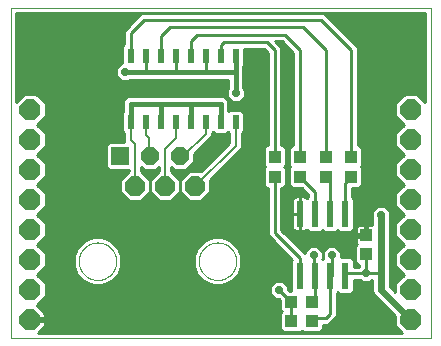
<source format=gtl>
G75*
%MOIN*%
%OFA0B0*%
%FSLAX25Y25*%
%IPPOS*%
%LPD*%
%AMOC8*
5,1,8,0,0,1.08239X$1,22.5*
%
%ADD10C,0.00000*%
%ADD11OC8,0.07000*%
%ADD12R,0.02362X0.04724*%
%ADD13R,0.04331X0.03937*%
%ADD14R,0.03937X0.04331*%
%ADD15R,0.02400X0.08700*%
%ADD16R,0.03937X0.03937*%
%ADD17R,0.06000X0.06000*%
%ADD18OC8,0.06600*%
%ADD19OC8,0.06000*%
%ADD20C,0.01000*%
%ADD21OC8,0.02600*%
%ADD22C,0.01600*%
%ADD23C,0.02400*%
%ADD24C,0.00800*%
D10*
X0001500Y0005000D02*
X0001500Y0115000D01*
X0141500Y0115000D01*
X0141500Y0005000D01*
X0001500Y0005000D01*
X0024250Y0030500D02*
X0024252Y0030658D01*
X0024258Y0030815D01*
X0024268Y0030973D01*
X0024282Y0031130D01*
X0024300Y0031286D01*
X0024321Y0031443D01*
X0024347Y0031598D01*
X0024377Y0031753D01*
X0024410Y0031907D01*
X0024448Y0032060D01*
X0024489Y0032213D01*
X0024534Y0032364D01*
X0024583Y0032514D01*
X0024636Y0032662D01*
X0024692Y0032810D01*
X0024753Y0032955D01*
X0024816Y0033100D01*
X0024884Y0033242D01*
X0024955Y0033383D01*
X0025029Y0033522D01*
X0025107Y0033659D01*
X0025189Y0033794D01*
X0025273Y0033927D01*
X0025362Y0034058D01*
X0025453Y0034186D01*
X0025548Y0034313D01*
X0025645Y0034436D01*
X0025746Y0034558D01*
X0025850Y0034676D01*
X0025957Y0034792D01*
X0026067Y0034905D01*
X0026179Y0035016D01*
X0026295Y0035123D01*
X0026413Y0035228D01*
X0026533Y0035330D01*
X0026656Y0035428D01*
X0026782Y0035524D01*
X0026910Y0035616D01*
X0027040Y0035705D01*
X0027172Y0035791D01*
X0027307Y0035873D01*
X0027444Y0035952D01*
X0027582Y0036027D01*
X0027722Y0036099D01*
X0027865Y0036167D01*
X0028008Y0036232D01*
X0028154Y0036293D01*
X0028301Y0036350D01*
X0028449Y0036404D01*
X0028599Y0036454D01*
X0028749Y0036500D01*
X0028901Y0036542D01*
X0029054Y0036581D01*
X0029208Y0036615D01*
X0029363Y0036646D01*
X0029518Y0036672D01*
X0029674Y0036695D01*
X0029831Y0036714D01*
X0029988Y0036729D01*
X0030145Y0036740D01*
X0030303Y0036747D01*
X0030461Y0036750D01*
X0030618Y0036749D01*
X0030776Y0036744D01*
X0030933Y0036735D01*
X0031091Y0036722D01*
X0031247Y0036705D01*
X0031404Y0036684D01*
X0031559Y0036660D01*
X0031714Y0036631D01*
X0031869Y0036598D01*
X0032022Y0036562D01*
X0032175Y0036521D01*
X0032326Y0036477D01*
X0032476Y0036429D01*
X0032625Y0036378D01*
X0032773Y0036322D01*
X0032919Y0036263D01*
X0033064Y0036200D01*
X0033207Y0036133D01*
X0033348Y0036063D01*
X0033487Y0035990D01*
X0033625Y0035913D01*
X0033761Y0035832D01*
X0033894Y0035748D01*
X0034025Y0035661D01*
X0034154Y0035570D01*
X0034281Y0035476D01*
X0034406Y0035379D01*
X0034527Y0035279D01*
X0034647Y0035176D01*
X0034763Y0035070D01*
X0034877Y0034961D01*
X0034989Y0034849D01*
X0035097Y0034735D01*
X0035202Y0034617D01*
X0035305Y0034497D01*
X0035404Y0034375D01*
X0035500Y0034250D01*
X0035593Y0034122D01*
X0035683Y0033993D01*
X0035769Y0033861D01*
X0035853Y0033727D01*
X0035932Y0033591D01*
X0036009Y0033453D01*
X0036081Y0033313D01*
X0036150Y0033171D01*
X0036216Y0033028D01*
X0036278Y0032883D01*
X0036336Y0032736D01*
X0036391Y0032588D01*
X0036442Y0032439D01*
X0036489Y0032288D01*
X0036532Y0032137D01*
X0036571Y0031984D01*
X0036607Y0031830D01*
X0036638Y0031676D01*
X0036666Y0031521D01*
X0036690Y0031365D01*
X0036710Y0031208D01*
X0036726Y0031051D01*
X0036738Y0030894D01*
X0036746Y0030737D01*
X0036750Y0030579D01*
X0036750Y0030421D01*
X0036746Y0030263D01*
X0036738Y0030106D01*
X0036726Y0029949D01*
X0036710Y0029792D01*
X0036690Y0029635D01*
X0036666Y0029479D01*
X0036638Y0029324D01*
X0036607Y0029170D01*
X0036571Y0029016D01*
X0036532Y0028863D01*
X0036489Y0028712D01*
X0036442Y0028561D01*
X0036391Y0028412D01*
X0036336Y0028264D01*
X0036278Y0028117D01*
X0036216Y0027972D01*
X0036150Y0027829D01*
X0036081Y0027687D01*
X0036009Y0027547D01*
X0035932Y0027409D01*
X0035853Y0027273D01*
X0035769Y0027139D01*
X0035683Y0027007D01*
X0035593Y0026878D01*
X0035500Y0026750D01*
X0035404Y0026625D01*
X0035305Y0026503D01*
X0035202Y0026383D01*
X0035097Y0026265D01*
X0034989Y0026151D01*
X0034877Y0026039D01*
X0034763Y0025930D01*
X0034647Y0025824D01*
X0034527Y0025721D01*
X0034406Y0025621D01*
X0034281Y0025524D01*
X0034154Y0025430D01*
X0034025Y0025339D01*
X0033894Y0025252D01*
X0033761Y0025168D01*
X0033625Y0025087D01*
X0033487Y0025010D01*
X0033348Y0024937D01*
X0033207Y0024867D01*
X0033064Y0024800D01*
X0032919Y0024737D01*
X0032773Y0024678D01*
X0032625Y0024622D01*
X0032476Y0024571D01*
X0032326Y0024523D01*
X0032175Y0024479D01*
X0032022Y0024438D01*
X0031869Y0024402D01*
X0031714Y0024369D01*
X0031559Y0024340D01*
X0031404Y0024316D01*
X0031247Y0024295D01*
X0031091Y0024278D01*
X0030933Y0024265D01*
X0030776Y0024256D01*
X0030618Y0024251D01*
X0030461Y0024250D01*
X0030303Y0024253D01*
X0030145Y0024260D01*
X0029988Y0024271D01*
X0029831Y0024286D01*
X0029674Y0024305D01*
X0029518Y0024328D01*
X0029363Y0024354D01*
X0029208Y0024385D01*
X0029054Y0024419D01*
X0028901Y0024458D01*
X0028749Y0024500D01*
X0028599Y0024546D01*
X0028449Y0024596D01*
X0028301Y0024650D01*
X0028154Y0024707D01*
X0028008Y0024768D01*
X0027865Y0024833D01*
X0027722Y0024901D01*
X0027582Y0024973D01*
X0027444Y0025048D01*
X0027307Y0025127D01*
X0027172Y0025209D01*
X0027040Y0025295D01*
X0026910Y0025384D01*
X0026782Y0025476D01*
X0026656Y0025572D01*
X0026533Y0025670D01*
X0026413Y0025772D01*
X0026295Y0025877D01*
X0026179Y0025984D01*
X0026067Y0026095D01*
X0025957Y0026208D01*
X0025850Y0026324D01*
X0025746Y0026442D01*
X0025645Y0026564D01*
X0025548Y0026687D01*
X0025453Y0026814D01*
X0025362Y0026942D01*
X0025273Y0027073D01*
X0025189Y0027206D01*
X0025107Y0027341D01*
X0025029Y0027478D01*
X0024955Y0027617D01*
X0024884Y0027758D01*
X0024816Y0027900D01*
X0024753Y0028045D01*
X0024692Y0028190D01*
X0024636Y0028338D01*
X0024583Y0028486D01*
X0024534Y0028636D01*
X0024489Y0028787D01*
X0024448Y0028940D01*
X0024410Y0029093D01*
X0024377Y0029247D01*
X0024347Y0029402D01*
X0024321Y0029557D01*
X0024300Y0029714D01*
X0024282Y0029870D01*
X0024268Y0030027D01*
X0024258Y0030185D01*
X0024252Y0030342D01*
X0024250Y0030500D01*
X0064250Y0030500D02*
X0064252Y0030658D01*
X0064258Y0030815D01*
X0064268Y0030973D01*
X0064282Y0031130D01*
X0064300Y0031286D01*
X0064321Y0031443D01*
X0064347Y0031598D01*
X0064377Y0031753D01*
X0064410Y0031907D01*
X0064448Y0032060D01*
X0064489Y0032213D01*
X0064534Y0032364D01*
X0064583Y0032514D01*
X0064636Y0032662D01*
X0064692Y0032810D01*
X0064753Y0032955D01*
X0064816Y0033100D01*
X0064884Y0033242D01*
X0064955Y0033383D01*
X0065029Y0033522D01*
X0065107Y0033659D01*
X0065189Y0033794D01*
X0065273Y0033927D01*
X0065362Y0034058D01*
X0065453Y0034186D01*
X0065548Y0034313D01*
X0065645Y0034436D01*
X0065746Y0034558D01*
X0065850Y0034676D01*
X0065957Y0034792D01*
X0066067Y0034905D01*
X0066179Y0035016D01*
X0066295Y0035123D01*
X0066413Y0035228D01*
X0066533Y0035330D01*
X0066656Y0035428D01*
X0066782Y0035524D01*
X0066910Y0035616D01*
X0067040Y0035705D01*
X0067172Y0035791D01*
X0067307Y0035873D01*
X0067444Y0035952D01*
X0067582Y0036027D01*
X0067722Y0036099D01*
X0067865Y0036167D01*
X0068008Y0036232D01*
X0068154Y0036293D01*
X0068301Y0036350D01*
X0068449Y0036404D01*
X0068599Y0036454D01*
X0068749Y0036500D01*
X0068901Y0036542D01*
X0069054Y0036581D01*
X0069208Y0036615D01*
X0069363Y0036646D01*
X0069518Y0036672D01*
X0069674Y0036695D01*
X0069831Y0036714D01*
X0069988Y0036729D01*
X0070145Y0036740D01*
X0070303Y0036747D01*
X0070461Y0036750D01*
X0070618Y0036749D01*
X0070776Y0036744D01*
X0070933Y0036735D01*
X0071091Y0036722D01*
X0071247Y0036705D01*
X0071404Y0036684D01*
X0071559Y0036660D01*
X0071714Y0036631D01*
X0071869Y0036598D01*
X0072022Y0036562D01*
X0072175Y0036521D01*
X0072326Y0036477D01*
X0072476Y0036429D01*
X0072625Y0036378D01*
X0072773Y0036322D01*
X0072919Y0036263D01*
X0073064Y0036200D01*
X0073207Y0036133D01*
X0073348Y0036063D01*
X0073487Y0035990D01*
X0073625Y0035913D01*
X0073761Y0035832D01*
X0073894Y0035748D01*
X0074025Y0035661D01*
X0074154Y0035570D01*
X0074281Y0035476D01*
X0074406Y0035379D01*
X0074527Y0035279D01*
X0074647Y0035176D01*
X0074763Y0035070D01*
X0074877Y0034961D01*
X0074989Y0034849D01*
X0075097Y0034735D01*
X0075202Y0034617D01*
X0075305Y0034497D01*
X0075404Y0034375D01*
X0075500Y0034250D01*
X0075593Y0034122D01*
X0075683Y0033993D01*
X0075769Y0033861D01*
X0075853Y0033727D01*
X0075932Y0033591D01*
X0076009Y0033453D01*
X0076081Y0033313D01*
X0076150Y0033171D01*
X0076216Y0033028D01*
X0076278Y0032883D01*
X0076336Y0032736D01*
X0076391Y0032588D01*
X0076442Y0032439D01*
X0076489Y0032288D01*
X0076532Y0032137D01*
X0076571Y0031984D01*
X0076607Y0031830D01*
X0076638Y0031676D01*
X0076666Y0031521D01*
X0076690Y0031365D01*
X0076710Y0031208D01*
X0076726Y0031051D01*
X0076738Y0030894D01*
X0076746Y0030737D01*
X0076750Y0030579D01*
X0076750Y0030421D01*
X0076746Y0030263D01*
X0076738Y0030106D01*
X0076726Y0029949D01*
X0076710Y0029792D01*
X0076690Y0029635D01*
X0076666Y0029479D01*
X0076638Y0029324D01*
X0076607Y0029170D01*
X0076571Y0029016D01*
X0076532Y0028863D01*
X0076489Y0028712D01*
X0076442Y0028561D01*
X0076391Y0028412D01*
X0076336Y0028264D01*
X0076278Y0028117D01*
X0076216Y0027972D01*
X0076150Y0027829D01*
X0076081Y0027687D01*
X0076009Y0027547D01*
X0075932Y0027409D01*
X0075853Y0027273D01*
X0075769Y0027139D01*
X0075683Y0027007D01*
X0075593Y0026878D01*
X0075500Y0026750D01*
X0075404Y0026625D01*
X0075305Y0026503D01*
X0075202Y0026383D01*
X0075097Y0026265D01*
X0074989Y0026151D01*
X0074877Y0026039D01*
X0074763Y0025930D01*
X0074647Y0025824D01*
X0074527Y0025721D01*
X0074406Y0025621D01*
X0074281Y0025524D01*
X0074154Y0025430D01*
X0074025Y0025339D01*
X0073894Y0025252D01*
X0073761Y0025168D01*
X0073625Y0025087D01*
X0073487Y0025010D01*
X0073348Y0024937D01*
X0073207Y0024867D01*
X0073064Y0024800D01*
X0072919Y0024737D01*
X0072773Y0024678D01*
X0072625Y0024622D01*
X0072476Y0024571D01*
X0072326Y0024523D01*
X0072175Y0024479D01*
X0072022Y0024438D01*
X0071869Y0024402D01*
X0071714Y0024369D01*
X0071559Y0024340D01*
X0071404Y0024316D01*
X0071247Y0024295D01*
X0071091Y0024278D01*
X0070933Y0024265D01*
X0070776Y0024256D01*
X0070618Y0024251D01*
X0070461Y0024250D01*
X0070303Y0024253D01*
X0070145Y0024260D01*
X0069988Y0024271D01*
X0069831Y0024286D01*
X0069674Y0024305D01*
X0069518Y0024328D01*
X0069363Y0024354D01*
X0069208Y0024385D01*
X0069054Y0024419D01*
X0068901Y0024458D01*
X0068749Y0024500D01*
X0068599Y0024546D01*
X0068449Y0024596D01*
X0068301Y0024650D01*
X0068154Y0024707D01*
X0068008Y0024768D01*
X0067865Y0024833D01*
X0067722Y0024901D01*
X0067582Y0024973D01*
X0067444Y0025048D01*
X0067307Y0025127D01*
X0067172Y0025209D01*
X0067040Y0025295D01*
X0066910Y0025384D01*
X0066782Y0025476D01*
X0066656Y0025572D01*
X0066533Y0025670D01*
X0066413Y0025772D01*
X0066295Y0025877D01*
X0066179Y0025984D01*
X0066067Y0026095D01*
X0065957Y0026208D01*
X0065850Y0026324D01*
X0065746Y0026442D01*
X0065645Y0026564D01*
X0065548Y0026687D01*
X0065453Y0026814D01*
X0065362Y0026942D01*
X0065273Y0027073D01*
X0065189Y0027206D01*
X0065107Y0027341D01*
X0065029Y0027478D01*
X0064955Y0027617D01*
X0064884Y0027758D01*
X0064816Y0027900D01*
X0064753Y0028045D01*
X0064692Y0028190D01*
X0064636Y0028338D01*
X0064583Y0028486D01*
X0064534Y0028636D01*
X0064489Y0028787D01*
X0064448Y0028940D01*
X0064410Y0029093D01*
X0064377Y0029247D01*
X0064347Y0029402D01*
X0064321Y0029557D01*
X0064300Y0029714D01*
X0064282Y0029870D01*
X0064268Y0030027D01*
X0064258Y0030185D01*
X0064252Y0030342D01*
X0064250Y0030500D01*
D11*
X0008000Y0031000D03*
X0008000Y0041000D03*
X0008000Y0051000D03*
X0008000Y0061000D03*
X0008000Y0071000D03*
X0008000Y0081000D03*
X0008000Y0021000D03*
X0008000Y0011000D03*
X0135000Y0011000D03*
X0135000Y0021000D03*
X0135000Y0031000D03*
X0135000Y0041000D03*
X0135000Y0051000D03*
X0135000Y0061000D03*
X0135000Y0071000D03*
X0135000Y0081000D03*
D12*
X0076500Y0076976D03*
X0071500Y0076976D03*
X0066500Y0076976D03*
X0061500Y0076976D03*
X0056500Y0076976D03*
X0051500Y0076976D03*
X0046500Y0076976D03*
X0041500Y0076976D03*
X0041500Y0099024D03*
X0046500Y0099024D03*
X0051500Y0099024D03*
X0056500Y0099024D03*
X0061500Y0099024D03*
X0066500Y0099024D03*
X0071500Y0099024D03*
X0076500Y0099024D03*
D13*
X0095154Y0017000D03*
X0095154Y0010500D03*
X0101846Y0010500D03*
X0101846Y0017000D03*
D14*
X0098000Y0058654D03*
X0098000Y0065346D03*
X0089500Y0065346D03*
X0089500Y0058654D03*
X0106500Y0058654D03*
X0106500Y0065346D03*
X0115000Y0065346D03*
X0115000Y0058654D03*
D15*
X0113000Y0046300D03*
X0108000Y0046300D03*
X0103000Y0046300D03*
X0098000Y0046300D03*
X0098000Y0025700D03*
X0103000Y0025700D03*
X0108000Y0025700D03*
X0113000Y0025700D03*
D16*
X0120000Y0032850D03*
X0120000Y0039150D03*
D17*
X0038000Y0065500D03*
D18*
X0043000Y0055500D03*
X0053000Y0055500D03*
X0063000Y0055500D03*
D19*
X0058000Y0065500D03*
X0048000Y0065500D03*
D20*
X0050900Y0061753D02*
X0050900Y0060471D01*
X0048000Y0057571D01*
X0048000Y0053429D01*
X0050929Y0050500D01*
X0055071Y0050500D01*
X0058000Y0053429D01*
X0058000Y0057571D01*
X0055100Y0060471D01*
X0055100Y0061753D01*
X0056053Y0060800D01*
X0059947Y0060800D01*
X0062700Y0063553D01*
X0062700Y0066230D01*
X0067370Y0070900D01*
X0068600Y0072130D01*
X0068600Y0073129D01*
X0069000Y0073529D01*
X0069615Y0072914D01*
X0073385Y0072914D01*
X0074000Y0073529D01*
X0074400Y0073129D01*
X0074400Y0069870D01*
X0065030Y0060500D01*
X0060929Y0060500D01*
X0058000Y0057571D01*
X0058000Y0053429D01*
X0060929Y0050500D01*
X0065071Y0050500D01*
X0068000Y0053429D01*
X0068000Y0057530D01*
X0077370Y0066900D01*
X0078600Y0068130D01*
X0078600Y0073129D01*
X0079381Y0073910D01*
X0079381Y0080043D01*
X0078385Y0081039D01*
X0074615Y0081039D01*
X0074000Y0080424D01*
X0074000Y0083497D01*
X0073619Y0084416D01*
X0072916Y0085119D01*
X0071997Y0085500D01*
X0041003Y0085500D01*
X0040084Y0085119D01*
X0039381Y0084416D01*
X0039000Y0083497D01*
X0039000Y0080424D01*
X0038619Y0080043D01*
X0038619Y0073910D01*
X0039400Y0073129D01*
X0039400Y0070200D01*
X0034296Y0070200D01*
X0033300Y0069204D01*
X0033300Y0061796D01*
X0034296Y0060800D01*
X0040900Y0060800D01*
X0040900Y0060471D01*
X0038000Y0057571D01*
X0038000Y0053429D01*
X0040929Y0050500D01*
X0045071Y0050500D01*
X0048000Y0053429D01*
X0048000Y0057571D01*
X0045100Y0060471D01*
X0045100Y0061753D01*
X0046053Y0060800D01*
X0049947Y0060800D01*
X0050900Y0061753D01*
X0050900Y0060917D02*
X0050063Y0060917D01*
X0050347Y0059918D02*
X0045653Y0059918D01*
X0045937Y0060917D02*
X0045100Y0060917D01*
X0046651Y0058920D02*
X0049349Y0058920D01*
X0048350Y0057921D02*
X0047650Y0057921D01*
X0048000Y0056923D02*
X0048000Y0056923D01*
X0048000Y0055924D02*
X0048000Y0055924D01*
X0048000Y0054926D02*
X0048000Y0054926D01*
X0048000Y0053927D02*
X0048000Y0053927D01*
X0047500Y0052929D02*
X0048500Y0052929D01*
X0049499Y0051930D02*
X0046501Y0051930D01*
X0045503Y0050932D02*
X0050497Y0050932D01*
X0055503Y0050932D02*
X0060497Y0050932D01*
X0059499Y0051930D02*
X0056501Y0051930D01*
X0057500Y0052929D02*
X0058500Y0052929D01*
X0058000Y0053927D02*
X0058000Y0053927D01*
X0058000Y0054926D02*
X0058000Y0054926D01*
X0058000Y0055924D02*
X0058000Y0055924D01*
X0058000Y0056923D02*
X0058000Y0056923D01*
X0057650Y0057921D02*
X0058350Y0057921D01*
X0059349Y0058920D02*
X0056651Y0058920D01*
X0055653Y0059918D02*
X0060347Y0059918D01*
X0060063Y0060917D02*
X0065447Y0060917D01*
X0066445Y0061915D02*
X0061062Y0061915D01*
X0062060Y0062914D02*
X0067444Y0062914D01*
X0068442Y0063912D02*
X0062700Y0063912D01*
X0062700Y0064911D02*
X0069441Y0064911D01*
X0070439Y0065909D02*
X0062700Y0065909D01*
X0063378Y0066908D02*
X0071438Y0066908D01*
X0072436Y0067906D02*
X0064376Y0067906D01*
X0065375Y0068905D02*
X0073435Y0068905D01*
X0074400Y0069903D02*
X0066373Y0069903D01*
X0067372Y0070902D02*
X0074400Y0070902D01*
X0074400Y0071900D02*
X0068370Y0071900D01*
X0068600Y0072899D02*
X0074400Y0072899D01*
X0078600Y0072899D02*
X0087300Y0072899D01*
X0087300Y0073897D02*
X0079368Y0073897D01*
X0079381Y0074896D02*
X0087300Y0074896D01*
X0087300Y0075894D02*
X0079381Y0075894D01*
X0079381Y0076893D02*
X0087300Y0076893D01*
X0087300Y0077891D02*
X0079381Y0077891D01*
X0079381Y0078890D02*
X0087300Y0078890D01*
X0087300Y0079888D02*
X0079381Y0079888D01*
X0078537Y0080887D02*
X0087300Y0080887D01*
X0087300Y0081885D02*
X0074000Y0081885D01*
X0074000Y0080887D02*
X0074463Y0080887D01*
X0074000Y0082884D02*
X0087300Y0082884D01*
X0087300Y0083882D02*
X0078125Y0083882D01*
X0077743Y0083500D02*
X0079500Y0085257D01*
X0079500Y0087743D01*
X0079000Y0088243D01*
X0079000Y0095576D01*
X0079381Y0095957D01*
X0079381Y0101300D01*
X0086039Y0101300D01*
X0087300Y0100039D01*
X0087300Y0069212D01*
X0086827Y0069212D01*
X0085831Y0068216D01*
X0085831Y0062477D01*
X0086308Y0062000D01*
X0085831Y0061523D01*
X0085831Y0055784D01*
X0086827Y0054788D01*
X0087300Y0054788D01*
X0087300Y0039089D01*
X0088589Y0037800D01*
X0095367Y0031021D01*
X0095100Y0030754D01*
X0095100Y0020668D01*
X0094443Y0020668D01*
X0094000Y0021111D01*
X0094000Y0022243D01*
X0092243Y0024000D01*
X0089757Y0024000D01*
X0088000Y0022243D01*
X0088000Y0019757D01*
X0089757Y0018000D01*
X0090889Y0018000D01*
X0091288Y0017601D01*
X0091288Y0014327D01*
X0091866Y0013750D01*
X0091288Y0013173D01*
X0091288Y0007827D01*
X0092284Y0006831D01*
X0098023Y0006831D01*
X0098500Y0007308D01*
X0098977Y0006831D01*
X0104716Y0006831D01*
X0105712Y0007827D01*
X0105712Y0009300D01*
X0107411Y0009300D01*
X0108911Y0010800D01*
X0110200Y0012089D01*
X0110200Y0019946D01*
X0110500Y0020246D01*
X0111096Y0019650D01*
X0114904Y0019650D01*
X0115900Y0020646D01*
X0115900Y0024300D01*
X0117957Y0024300D01*
X0118757Y0023500D01*
X0121243Y0023500D01*
X0122043Y0024300D01*
X0122100Y0024300D01*
X0122100Y0020423D01*
X0122541Y0019357D01*
X0123357Y0018541D01*
X0123357Y0018541D01*
X0129800Y0012099D01*
X0129800Y0008846D01*
X0131946Y0006700D01*
X0010771Y0006700D01*
X0013000Y0008929D01*
X0013000Y0010500D01*
X0008500Y0010500D01*
X0008500Y0011500D01*
X0013000Y0011500D01*
X0013000Y0013071D01*
X0010212Y0015859D01*
X0013200Y0018846D01*
X0013200Y0023154D01*
X0010354Y0026000D01*
X0013200Y0028846D01*
X0013200Y0033154D01*
X0010354Y0036000D01*
X0013200Y0038846D01*
X0013200Y0043154D01*
X0010354Y0046000D01*
X0013200Y0048846D01*
X0013200Y0053154D01*
X0010354Y0056000D01*
X0013200Y0058846D01*
X0013200Y0063154D01*
X0010354Y0066000D01*
X0013200Y0068846D01*
X0013200Y0073154D01*
X0010354Y0076000D01*
X0013200Y0078846D01*
X0013200Y0083154D01*
X0010154Y0086200D01*
X0005846Y0086200D01*
X0003200Y0083554D01*
X0003200Y0113300D01*
X0139800Y0113300D01*
X0139800Y0083554D01*
X0137154Y0086200D01*
X0132846Y0086200D01*
X0129800Y0083154D01*
X0129800Y0078846D01*
X0132646Y0076000D01*
X0129800Y0073154D01*
X0129800Y0068846D01*
X0132646Y0066000D01*
X0129800Y0063154D01*
X0129800Y0058846D01*
X0132646Y0056000D01*
X0129800Y0053154D01*
X0129800Y0048846D01*
X0132646Y0046000D01*
X0129800Y0043154D01*
X0129800Y0038846D01*
X0132646Y0036000D01*
X0129800Y0033154D01*
X0129800Y0028846D01*
X0132646Y0026000D01*
X0129800Y0023154D01*
X0129800Y0020301D01*
X0127900Y0022201D01*
X0127900Y0044657D01*
X0128000Y0044757D01*
X0128000Y0047243D01*
X0126243Y0049000D01*
X0123757Y0049000D01*
X0122000Y0047243D01*
X0122000Y0044757D01*
X0122100Y0044657D01*
X0122100Y0042618D01*
X0120484Y0042618D01*
X0120484Y0039634D01*
X0119516Y0039634D01*
X0119516Y0042618D01*
X0117834Y0042618D01*
X0117453Y0042516D01*
X0117110Y0042318D01*
X0116831Y0042039D01*
X0116634Y0041697D01*
X0116531Y0041316D01*
X0116531Y0039634D01*
X0119516Y0039634D01*
X0119516Y0038665D01*
X0116531Y0038665D01*
X0116531Y0036984D01*
X0116634Y0036602D01*
X0116831Y0036260D01*
X0116950Y0036141D01*
X0116331Y0035523D01*
X0116331Y0030178D01*
X0117327Y0029182D01*
X0117800Y0029182D01*
X0117800Y0028700D01*
X0115900Y0028700D01*
X0115900Y0030754D01*
X0114904Y0031750D01*
X0111500Y0031750D01*
X0111500Y0033743D01*
X0109743Y0035500D01*
X0107257Y0035500D01*
X0105500Y0033743D01*
X0103743Y0035500D01*
X0101257Y0035500D01*
X0099500Y0033743D01*
X0099500Y0033111D01*
X0091700Y0040911D01*
X0091700Y0054788D01*
X0092173Y0054788D01*
X0093168Y0055784D01*
X0093168Y0061523D01*
X0092692Y0062000D01*
X0093168Y0062477D01*
X0093168Y0068216D01*
X0092173Y0069212D01*
X0091700Y0069212D01*
X0091700Y0101862D01*
X0089762Y0103800D01*
X0092064Y0103800D01*
X0095800Y0100064D01*
X0095800Y0069212D01*
X0095327Y0069212D01*
X0094331Y0068216D01*
X0094331Y0062477D01*
X0094808Y0062000D01*
X0094331Y0061523D01*
X0094331Y0055784D01*
X0095327Y0054788D01*
X0098754Y0054788D01*
X0100800Y0052742D01*
X0100800Y0052054D01*
X0100359Y0051613D01*
X0100121Y0051850D01*
X0099779Y0052048D01*
X0099397Y0052150D01*
X0098100Y0052150D01*
X0098100Y0046400D01*
X0097900Y0046400D01*
X0097900Y0052150D01*
X0096603Y0052150D01*
X0096221Y0052048D01*
X0095879Y0051850D01*
X0095600Y0051571D01*
X0095402Y0051229D01*
X0095300Y0050847D01*
X0095300Y0046400D01*
X0097900Y0046400D01*
X0097900Y0046200D01*
X0098100Y0046200D01*
X0098100Y0040450D01*
X0099397Y0040450D01*
X0099779Y0040552D01*
X0100121Y0040750D01*
X0100359Y0040987D01*
X0101096Y0040250D01*
X0104904Y0040250D01*
X0105500Y0040846D01*
X0106096Y0040250D01*
X0109904Y0040250D01*
X0110500Y0040846D01*
X0111096Y0040250D01*
X0114904Y0040250D01*
X0115900Y0041246D01*
X0115900Y0051354D01*
X0115200Y0052054D01*
X0115200Y0054788D01*
X0117673Y0054788D01*
X0118668Y0055784D01*
X0118668Y0061523D01*
X0118192Y0062000D01*
X0118668Y0062477D01*
X0118668Y0068216D01*
X0117673Y0069212D01*
X0117200Y0069212D01*
X0117200Y0101911D01*
X0107200Y0111911D01*
X0105911Y0113200D01*
X0045116Y0113200D01*
X0040589Y0108672D01*
X0039300Y0107384D01*
X0039300Y0102771D01*
X0038619Y0102090D01*
X0038619Y0096500D01*
X0038257Y0096500D01*
X0036500Y0094743D01*
X0036500Y0092257D01*
X0038257Y0090500D01*
X0040743Y0090500D01*
X0041243Y0091000D01*
X0074000Y0091000D01*
X0074000Y0088243D01*
X0073500Y0087743D01*
X0073500Y0085257D01*
X0075257Y0083500D01*
X0077743Y0083500D01*
X0079124Y0084881D02*
X0087300Y0084881D01*
X0087300Y0085879D02*
X0079500Y0085879D01*
X0079500Y0086878D02*
X0087300Y0086878D01*
X0087300Y0087876D02*
X0079366Y0087876D01*
X0079000Y0088875D02*
X0087300Y0088875D01*
X0087300Y0089873D02*
X0079000Y0089873D01*
X0079000Y0090872D02*
X0087300Y0090872D01*
X0087300Y0091870D02*
X0079000Y0091870D01*
X0079000Y0092869D02*
X0087300Y0092869D01*
X0087300Y0093868D02*
X0079000Y0093868D01*
X0079000Y0094866D02*
X0087300Y0094866D01*
X0087300Y0095865D02*
X0079288Y0095865D01*
X0079381Y0096863D02*
X0087300Y0096863D01*
X0087300Y0097862D02*
X0079381Y0097862D01*
X0079381Y0098860D02*
X0087300Y0098860D01*
X0087300Y0099859D02*
X0079381Y0099859D01*
X0079381Y0100857D02*
X0086482Y0100857D01*
X0086950Y0103500D02*
X0072500Y0103500D01*
X0071500Y0102500D01*
X0071500Y0099024D01*
X0066500Y0099024D02*
X0066500Y0093500D01*
X0061500Y0099024D02*
X0061500Y0103938D01*
X0063562Y0106000D01*
X0092975Y0106000D01*
X0098000Y0100975D01*
X0098000Y0065346D01*
X0094331Y0064911D02*
X0093168Y0064911D01*
X0093168Y0065909D02*
X0094331Y0065909D01*
X0094331Y0066908D02*
X0093168Y0066908D01*
X0093168Y0067906D02*
X0094331Y0067906D01*
X0095020Y0068905D02*
X0092480Y0068905D01*
X0091700Y0069903D02*
X0095800Y0069903D01*
X0095800Y0070902D02*
X0091700Y0070902D01*
X0091700Y0071900D02*
X0095800Y0071900D01*
X0095800Y0072899D02*
X0091700Y0072899D01*
X0091700Y0073897D02*
X0095800Y0073897D01*
X0095800Y0074896D02*
X0091700Y0074896D01*
X0091700Y0075894D02*
X0095800Y0075894D01*
X0095800Y0076893D02*
X0091700Y0076893D01*
X0091700Y0077891D02*
X0095800Y0077891D01*
X0095800Y0078890D02*
X0091700Y0078890D01*
X0091700Y0079888D02*
X0095800Y0079888D01*
X0095800Y0080887D02*
X0091700Y0080887D01*
X0091700Y0081885D02*
X0095800Y0081885D01*
X0095800Y0082884D02*
X0091700Y0082884D01*
X0091700Y0083882D02*
X0095800Y0083882D01*
X0095800Y0084881D02*
X0091700Y0084881D01*
X0091700Y0085879D02*
X0095800Y0085879D01*
X0095800Y0086878D02*
X0091700Y0086878D01*
X0091700Y0087876D02*
X0095800Y0087876D01*
X0095800Y0088875D02*
X0091700Y0088875D01*
X0091700Y0089873D02*
X0095800Y0089873D01*
X0095800Y0090872D02*
X0091700Y0090872D01*
X0091700Y0091870D02*
X0095800Y0091870D01*
X0095800Y0092869D02*
X0091700Y0092869D01*
X0091700Y0093868D02*
X0095800Y0093868D01*
X0095800Y0094866D02*
X0091700Y0094866D01*
X0091700Y0095865D02*
X0095800Y0095865D01*
X0095800Y0096863D02*
X0091700Y0096863D01*
X0091700Y0097862D02*
X0095800Y0097862D01*
X0095800Y0098860D02*
X0091700Y0098860D01*
X0091700Y0099859D02*
X0095800Y0099859D01*
X0095007Y0100857D02*
X0091700Y0100857D01*
X0091700Y0101856D02*
X0094008Y0101856D01*
X0093010Y0102854D02*
X0090708Y0102854D01*
X0089500Y0100950D02*
X0086950Y0103500D01*
X0089500Y0100950D02*
X0089500Y0065346D01*
X0093168Y0063912D02*
X0094331Y0063912D01*
X0094331Y0062914D02*
X0093168Y0062914D01*
X0092776Y0061915D02*
X0094724Y0061915D01*
X0094331Y0060917D02*
X0093168Y0060917D01*
X0093168Y0059918D02*
X0094331Y0059918D01*
X0094331Y0058920D02*
X0093168Y0058920D01*
X0093168Y0057921D02*
X0094331Y0057921D01*
X0094331Y0056923D02*
X0093168Y0056923D01*
X0093168Y0055924D02*
X0094331Y0055924D01*
X0095190Y0054926D02*
X0092310Y0054926D01*
X0091700Y0053927D02*
X0099615Y0053927D01*
X0100614Y0052929D02*
X0091700Y0052929D01*
X0091700Y0051930D02*
X0096017Y0051930D01*
X0095323Y0050932D02*
X0091700Y0050932D01*
X0091700Y0049933D02*
X0095300Y0049933D01*
X0095300Y0048934D02*
X0091700Y0048934D01*
X0091700Y0047936D02*
X0095300Y0047936D01*
X0095300Y0046937D02*
X0091700Y0046937D01*
X0091700Y0045939D02*
X0095300Y0045939D01*
X0095300Y0046200D02*
X0095300Y0041753D01*
X0095402Y0041371D01*
X0095600Y0041029D01*
X0095879Y0040750D01*
X0096221Y0040552D01*
X0096603Y0040450D01*
X0097900Y0040450D01*
X0097900Y0046200D01*
X0095300Y0046200D01*
X0095300Y0044940D02*
X0091700Y0044940D01*
X0091700Y0043942D02*
X0095300Y0043942D01*
X0095300Y0042943D02*
X0091700Y0042943D01*
X0091700Y0041945D02*
X0095300Y0041945D01*
X0095682Y0040946D02*
X0091700Y0040946D01*
X0092663Y0039948D02*
X0116531Y0039948D01*
X0116531Y0040946D02*
X0115601Y0040946D01*
X0115900Y0041945D02*
X0116777Y0041945D01*
X0115900Y0042943D02*
X0122100Y0042943D01*
X0122100Y0043942D02*
X0115900Y0043942D01*
X0115900Y0044940D02*
X0122000Y0044940D01*
X0122000Y0045939D02*
X0115900Y0045939D01*
X0115900Y0046937D02*
X0122000Y0046937D01*
X0122693Y0047936D02*
X0115900Y0047936D01*
X0115900Y0048934D02*
X0123692Y0048934D01*
X0126308Y0048934D02*
X0129800Y0048934D01*
X0129800Y0049933D02*
X0115900Y0049933D01*
X0115900Y0050932D02*
X0129800Y0050932D01*
X0129800Y0051930D02*
X0115324Y0051930D01*
X0115200Y0052929D02*
X0129800Y0052929D01*
X0130573Y0053927D02*
X0115200Y0053927D01*
X0117810Y0054926D02*
X0131572Y0054926D01*
X0132570Y0055924D02*
X0118668Y0055924D01*
X0118668Y0056923D02*
X0131723Y0056923D01*
X0130725Y0057921D02*
X0118668Y0057921D01*
X0118668Y0058920D02*
X0129800Y0058920D01*
X0129800Y0059918D02*
X0118668Y0059918D01*
X0118668Y0060917D02*
X0129800Y0060917D01*
X0129800Y0061915D02*
X0118276Y0061915D01*
X0118668Y0062914D02*
X0129800Y0062914D01*
X0130558Y0063912D02*
X0118668Y0063912D01*
X0118668Y0064911D02*
X0131557Y0064911D01*
X0132555Y0065909D02*
X0118668Y0065909D01*
X0118668Y0066908D02*
X0131738Y0066908D01*
X0130740Y0067906D02*
X0118668Y0067906D01*
X0117980Y0068905D02*
X0129800Y0068905D01*
X0129800Y0069903D02*
X0117200Y0069903D01*
X0117200Y0070902D02*
X0129800Y0070902D01*
X0129800Y0071900D02*
X0117200Y0071900D01*
X0117200Y0072899D02*
X0129800Y0072899D01*
X0130543Y0073897D02*
X0117200Y0073897D01*
X0117200Y0074896D02*
X0131542Y0074896D01*
X0132540Y0075894D02*
X0117200Y0075894D01*
X0117200Y0076893D02*
X0131753Y0076893D01*
X0130755Y0077891D02*
X0117200Y0077891D01*
X0117200Y0078890D02*
X0129800Y0078890D01*
X0129800Y0079888D02*
X0117200Y0079888D01*
X0117200Y0080887D02*
X0129800Y0080887D01*
X0129800Y0081885D02*
X0117200Y0081885D01*
X0117200Y0082884D02*
X0129800Y0082884D01*
X0130528Y0083882D02*
X0117200Y0083882D01*
X0117200Y0084881D02*
X0131527Y0084881D01*
X0132526Y0085879D02*
X0117200Y0085879D01*
X0117200Y0086878D02*
X0139800Y0086878D01*
X0139800Y0087876D02*
X0117200Y0087876D01*
X0117200Y0088875D02*
X0139800Y0088875D01*
X0139800Y0089873D02*
X0117200Y0089873D01*
X0117200Y0090872D02*
X0139800Y0090872D01*
X0139800Y0091870D02*
X0117200Y0091870D01*
X0117200Y0092869D02*
X0139800Y0092869D01*
X0139800Y0093868D02*
X0117200Y0093868D01*
X0117200Y0094866D02*
X0139800Y0094866D01*
X0139800Y0095865D02*
X0117200Y0095865D01*
X0117200Y0096863D02*
X0139800Y0096863D01*
X0139800Y0097862D02*
X0117200Y0097862D01*
X0117200Y0098860D02*
X0139800Y0098860D01*
X0139800Y0099859D02*
X0117200Y0099859D01*
X0117200Y0100857D02*
X0139800Y0100857D01*
X0139800Y0101856D02*
X0117200Y0101856D01*
X0116257Y0102854D02*
X0139800Y0102854D01*
X0139800Y0103853D02*
X0115259Y0103853D01*
X0114260Y0104851D02*
X0139800Y0104851D01*
X0139800Y0105850D02*
X0113262Y0105850D01*
X0112263Y0106848D02*
X0139800Y0106848D01*
X0139800Y0107847D02*
X0111265Y0107847D01*
X0110266Y0108845D02*
X0139800Y0108845D01*
X0139800Y0109844D02*
X0109268Y0109844D01*
X0108269Y0110842D02*
X0139800Y0110842D01*
X0139800Y0111841D02*
X0107271Y0111841D01*
X0106272Y0112839D02*
X0139800Y0112839D01*
X0139800Y0085879D02*
X0137474Y0085879D01*
X0138473Y0084881D02*
X0139800Y0084881D01*
X0139800Y0083882D02*
X0139471Y0083882D01*
X0115000Y0101000D02*
X0115000Y0065346D01*
X0115000Y0058654D02*
X0113000Y0056654D01*
X0113000Y0046300D01*
X0108000Y0046300D02*
X0108000Y0057154D01*
X0106500Y0058654D01*
X0103000Y0053654D02*
X0098000Y0058654D01*
X0097900Y0051930D02*
X0098100Y0051930D01*
X0098100Y0050932D02*
X0097900Y0050932D01*
X0097900Y0049933D02*
X0098100Y0049933D01*
X0098100Y0048934D02*
X0097900Y0048934D01*
X0097900Y0047936D02*
X0098100Y0047936D01*
X0098100Y0046937D02*
X0097900Y0046937D01*
X0097900Y0045939D02*
X0098100Y0045939D01*
X0098100Y0044940D02*
X0097900Y0044940D01*
X0097900Y0043942D02*
X0098100Y0043942D01*
X0098100Y0042943D02*
X0097900Y0042943D01*
X0097900Y0041945D02*
X0098100Y0041945D01*
X0098100Y0040946D02*
X0097900Y0040946D01*
X0100318Y0040946D02*
X0100399Y0040946D01*
X0103000Y0046300D02*
X0103000Y0053654D01*
X0100676Y0051930D02*
X0099983Y0051930D01*
X0089500Y0058654D02*
X0089500Y0040000D01*
X0098000Y0031500D01*
X0098000Y0025700D01*
X0095100Y0025969D02*
X0077212Y0025969D01*
X0077240Y0025997D02*
X0078450Y0028919D01*
X0078450Y0032081D01*
X0077240Y0035003D01*
X0075003Y0037240D01*
X0072081Y0038450D01*
X0068919Y0038450D01*
X0065997Y0037240D01*
X0063760Y0035003D01*
X0062550Y0032081D01*
X0062550Y0028919D01*
X0063760Y0025997D01*
X0065997Y0023760D01*
X0068919Y0022550D01*
X0072081Y0022550D01*
X0075003Y0023760D01*
X0077240Y0025997D01*
X0077642Y0026967D02*
X0095100Y0026967D01*
X0095100Y0027966D02*
X0078055Y0027966D01*
X0078450Y0028964D02*
X0095100Y0028964D01*
X0095100Y0029963D02*
X0078450Y0029963D01*
X0078450Y0030961D02*
X0095307Y0030961D01*
X0094429Y0031960D02*
X0078450Y0031960D01*
X0078087Y0032958D02*
X0093430Y0032958D01*
X0092432Y0033957D02*
X0077673Y0033957D01*
X0077260Y0034955D02*
X0091433Y0034955D01*
X0090435Y0035954D02*
X0076289Y0035954D01*
X0075291Y0036952D02*
X0089436Y0036952D01*
X0088438Y0037951D02*
X0073286Y0037951D01*
X0067714Y0037951D02*
X0033286Y0037951D01*
X0032081Y0038450D02*
X0028919Y0038450D01*
X0025997Y0037240D01*
X0023760Y0035003D01*
X0022550Y0032081D01*
X0022550Y0028919D01*
X0023760Y0025997D01*
X0025997Y0023760D01*
X0028919Y0022550D01*
X0032081Y0022550D01*
X0035003Y0023760D01*
X0037240Y0025997D01*
X0038450Y0028919D01*
X0038450Y0032081D01*
X0037240Y0035003D01*
X0035003Y0037240D01*
X0032081Y0038450D01*
X0035291Y0036952D02*
X0065709Y0036952D01*
X0064711Y0035954D02*
X0036289Y0035954D01*
X0037260Y0034955D02*
X0063740Y0034955D01*
X0063327Y0033957D02*
X0037673Y0033957D01*
X0038087Y0032958D02*
X0062913Y0032958D01*
X0062550Y0031960D02*
X0038450Y0031960D01*
X0038450Y0030961D02*
X0062550Y0030961D01*
X0062550Y0029963D02*
X0038450Y0029963D01*
X0038450Y0028964D02*
X0062550Y0028964D01*
X0062945Y0027966D02*
X0038055Y0027966D01*
X0037642Y0026967D02*
X0063358Y0026967D01*
X0063788Y0025969D02*
X0037212Y0025969D01*
X0036213Y0024970D02*
X0064787Y0024970D01*
X0065785Y0023972D02*
X0035215Y0023972D01*
X0033103Y0022973D02*
X0067897Y0022973D01*
X0073103Y0022973D02*
X0088731Y0022973D01*
X0088000Y0021975D02*
X0013200Y0021975D01*
X0013200Y0022973D02*
X0027897Y0022973D01*
X0025785Y0023972D02*
X0012382Y0023972D01*
X0011384Y0024970D02*
X0024787Y0024970D01*
X0023788Y0025969D02*
X0010385Y0025969D01*
X0011321Y0026967D02*
X0023358Y0026967D01*
X0022945Y0027966D02*
X0012320Y0027966D01*
X0013200Y0028964D02*
X0022550Y0028964D01*
X0022550Y0029963D02*
X0013200Y0029963D01*
X0013200Y0030961D02*
X0022550Y0030961D01*
X0022550Y0031960D02*
X0013200Y0031960D01*
X0013200Y0032958D02*
X0022913Y0032958D01*
X0023327Y0033957D02*
X0012397Y0033957D01*
X0011399Y0034955D02*
X0023740Y0034955D01*
X0024711Y0035954D02*
X0010400Y0035954D01*
X0011306Y0036952D02*
X0025709Y0036952D01*
X0027714Y0037951D02*
X0012305Y0037951D01*
X0013200Y0038949D02*
X0087439Y0038949D01*
X0087300Y0039948D02*
X0013200Y0039948D01*
X0013200Y0040946D02*
X0087300Y0040946D01*
X0087300Y0041945D02*
X0013200Y0041945D01*
X0013200Y0042943D02*
X0087300Y0042943D01*
X0087300Y0043942D02*
X0012412Y0043942D01*
X0011413Y0044940D02*
X0087300Y0044940D01*
X0087300Y0045939D02*
X0010415Y0045939D01*
X0011291Y0046937D02*
X0087300Y0046937D01*
X0087300Y0047936D02*
X0012290Y0047936D01*
X0013200Y0048934D02*
X0087300Y0048934D01*
X0087300Y0049933D02*
X0013200Y0049933D01*
X0013200Y0050932D02*
X0040497Y0050932D01*
X0039499Y0051930D02*
X0013200Y0051930D01*
X0013200Y0052929D02*
X0038500Y0052929D01*
X0038000Y0053927D02*
X0012427Y0053927D01*
X0011428Y0054926D02*
X0038000Y0054926D01*
X0038000Y0055924D02*
X0010430Y0055924D01*
X0011276Y0056923D02*
X0038000Y0056923D01*
X0038350Y0057921D02*
X0012275Y0057921D01*
X0013200Y0058920D02*
X0039349Y0058920D01*
X0040347Y0059918D02*
X0013200Y0059918D01*
X0013200Y0060917D02*
X0034179Y0060917D01*
X0033300Y0061915D02*
X0013200Y0061915D01*
X0013200Y0062914D02*
X0033300Y0062914D01*
X0033300Y0063912D02*
X0012442Y0063912D01*
X0011443Y0064911D02*
X0033300Y0064911D01*
X0033300Y0065909D02*
X0010445Y0065909D01*
X0011262Y0066908D02*
X0033300Y0066908D01*
X0033300Y0067906D02*
X0012260Y0067906D01*
X0013200Y0068905D02*
X0033300Y0068905D01*
X0033999Y0069903D02*
X0013200Y0069903D01*
X0013200Y0070902D02*
X0039400Y0070902D01*
X0039400Y0071900D02*
X0013200Y0071900D01*
X0013200Y0072899D02*
X0039400Y0072899D01*
X0038632Y0073897D02*
X0012457Y0073897D01*
X0011458Y0074896D02*
X0038619Y0074896D01*
X0038619Y0075894D02*
X0010460Y0075894D01*
X0011247Y0076893D02*
X0038619Y0076893D01*
X0038619Y0077891D02*
X0012245Y0077891D01*
X0013200Y0078890D02*
X0038619Y0078890D01*
X0038619Y0079888D02*
X0013200Y0079888D01*
X0013200Y0080887D02*
X0039000Y0080887D01*
X0039000Y0081885D02*
X0013200Y0081885D01*
X0013200Y0082884D02*
X0039000Y0082884D01*
X0039160Y0083882D02*
X0012471Y0083882D01*
X0011473Y0084881D02*
X0039845Y0084881D01*
X0041115Y0090872D02*
X0074000Y0090872D01*
X0074000Y0089873D02*
X0003200Y0089873D01*
X0003200Y0088875D02*
X0074000Y0088875D01*
X0073634Y0087876D02*
X0003200Y0087876D01*
X0003200Y0086878D02*
X0073500Y0086878D01*
X0073500Y0085879D02*
X0010474Y0085879D01*
X0005526Y0085879D02*
X0003200Y0085879D01*
X0003200Y0084881D02*
X0004527Y0084881D01*
X0003529Y0083882D02*
X0003200Y0083882D01*
X0003200Y0090872D02*
X0037885Y0090872D01*
X0036887Y0091870D02*
X0003200Y0091870D01*
X0003200Y0092869D02*
X0036500Y0092869D01*
X0036500Y0093868D02*
X0003200Y0093868D01*
X0003200Y0094866D02*
X0036623Y0094866D01*
X0037622Y0095865D02*
X0003200Y0095865D01*
X0003200Y0096863D02*
X0038619Y0096863D01*
X0038619Y0097862D02*
X0003200Y0097862D01*
X0003200Y0098860D02*
X0038619Y0098860D01*
X0038619Y0099859D02*
X0003200Y0099859D01*
X0003200Y0100857D02*
X0038619Y0100857D01*
X0038619Y0101856D02*
X0003200Y0101856D01*
X0003200Y0102854D02*
X0039300Y0102854D01*
X0039300Y0103853D02*
X0003200Y0103853D01*
X0003200Y0104851D02*
X0039300Y0104851D01*
X0039300Y0105850D02*
X0003200Y0105850D01*
X0003200Y0106848D02*
X0039300Y0106848D01*
X0039763Y0107847D02*
X0003200Y0107847D01*
X0003200Y0108845D02*
X0040762Y0108845D01*
X0041760Y0109844D02*
X0003200Y0109844D01*
X0003200Y0110842D02*
X0042759Y0110842D01*
X0043757Y0111841D02*
X0003200Y0111841D01*
X0003200Y0112839D02*
X0044756Y0112839D01*
X0046028Y0111000D02*
X0041500Y0106472D01*
X0041500Y0099024D01*
X0046500Y0099024D02*
X0046500Y0093500D01*
X0051500Y0099024D02*
X0051500Y0105500D01*
X0054500Y0108500D01*
X0099000Y0108500D01*
X0106500Y0101000D01*
X0106500Y0065346D01*
X0087300Y0069903D02*
X0078600Y0069903D01*
X0078600Y0068905D02*
X0086520Y0068905D01*
X0085831Y0067906D02*
X0078376Y0067906D01*
X0077378Y0066908D02*
X0085831Y0066908D01*
X0085831Y0065909D02*
X0076379Y0065909D01*
X0075381Y0064911D02*
X0085831Y0064911D01*
X0085831Y0063912D02*
X0074382Y0063912D01*
X0073384Y0062914D02*
X0085831Y0062914D01*
X0086224Y0061915D02*
X0072385Y0061915D01*
X0071386Y0060917D02*
X0085831Y0060917D01*
X0085831Y0059918D02*
X0070388Y0059918D01*
X0069389Y0058920D02*
X0085831Y0058920D01*
X0085831Y0057921D02*
X0068391Y0057921D01*
X0068000Y0056923D02*
X0085831Y0056923D01*
X0085831Y0055924D02*
X0068000Y0055924D01*
X0068000Y0054926D02*
X0086690Y0054926D01*
X0087300Y0053927D02*
X0068000Y0053927D01*
X0067500Y0052929D02*
X0087300Y0052929D01*
X0087300Y0051930D02*
X0066501Y0051930D01*
X0065503Y0050932D02*
X0087300Y0050932D01*
X0093662Y0038949D02*
X0119516Y0038949D01*
X0119516Y0039948D02*
X0120484Y0039948D01*
X0120484Y0040946D02*
X0119516Y0040946D01*
X0119516Y0041945D02*
X0120484Y0041945D01*
X0116531Y0037951D02*
X0094660Y0037951D01*
X0095659Y0036952D02*
X0116540Y0036952D01*
X0116762Y0035954D02*
X0096657Y0035954D01*
X0097656Y0034955D02*
X0100713Y0034955D01*
X0099714Y0033957D02*
X0098654Y0033957D01*
X0102500Y0032500D02*
X0102500Y0025700D01*
X0103000Y0025700D01*
X0103000Y0017000D01*
X0101846Y0017000D01*
X0101846Y0011500D02*
X0106500Y0011500D01*
X0108000Y0013000D01*
X0108000Y0025700D01*
X0108500Y0025700D01*
X0108500Y0032500D01*
X0111286Y0033957D02*
X0116331Y0033957D01*
X0116331Y0034955D02*
X0110287Y0034955D01*
X0111500Y0032958D02*
X0116331Y0032958D01*
X0116331Y0031960D02*
X0111500Y0031960D01*
X0115693Y0030961D02*
X0116331Y0030961D01*
X0116546Y0029963D02*
X0115900Y0029963D01*
X0115900Y0028964D02*
X0117800Y0028964D01*
X0120000Y0026500D02*
X0125000Y0026500D01*
X0127900Y0026967D02*
X0131679Y0026967D01*
X0132615Y0025969D02*
X0127900Y0025969D01*
X0127900Y0024970D02*
X0131616Y0024970D01*
X0130618Y0023972D02*
X0127900Y0023972D01*
X0127900Y0022973D02*
X0129800Y0022973D01*
X0129800Y0021975D02*
X0128127Y0021975D01*
X0129125Y0020976D02*
X0129800Y0020976D01*
X0124917Y0016982D02*
X0110200Y0016982D01*
X0110200Y0015984D02*
X0125915Y0015984D01*
X0126914Y0014985D02*
X0110200Y0014985D01*
X0110200Y0013987D02*
X0127912Y0013987D01*
X0128911Y0012988D02*
X0110200Y0012988D01*
X0110101Y0011990D02*
X0129800Y0011990D01*
X0129800Y0010991D02*
X0109102Y0010991D01*
X0108104Y0009993D02*
X0129800Y0009993D01*
X0129800Y0008994D02*
X0105712Y0008994D01*
X0105712Y0007996D02*
X0130651Y0007996D01*
X0131649Y0006997D02*
X0104881Y0006997D01*
X0101846Y0010500D02*
X0101846Y0011500D01*
X0098811Y0006997D02*
X0098189Y0006997D01*
X0095154Y0010500D02*
X0095154Y0017000D01*
X0095000Y0017000D01*
X0091000Y0021000D01*
X0093269Y0022973D02*
X0095100Y0022973D01*
X0095100Y0021975D02*
X0094000Y0021975D01*
X0094135Y0020976D02*
X0095100Y0020976D01*
X0095100Y0023972D02*
X0092271Y0023972D01*
X0089729Y0023972D02*
X0075215Y0023972D01*
X0076213Y0024970D02*
X0095100Y0024970D01*
X0088000Y0020976D02*
X0013200Y0020976D01*
X0013200Y0019978D02*
X0088000Y0019978D01*
X0088778Y0018979D02*
X0013200Y0018979D01*
X0012335Y0017981D02*
X0090908Y0017981D01*
X0091288Y0016982D02*
X0011336Y0016982D01*
X0010338Y0015984D02*
X0091288Y0015984D01*
X0091288Y0014985D02*
X0011086Y0014985D01*
X0012084Y0013987D02*
X0091629Y0013987D01*
X0091288Y0012988D02*
X0013000Y0012988D01*
X0013000Y0011990D02*
X0091288Y0011990D01*
X0091288Y0010991D02*
X0008500Y0010991D01*
X0013000Y0009993D02*
X0091288Y0009993D01*
X0091288Y0008994D02*
X0013000Y0008994D01*
X0012067Y0007996D02*
X0091288Y0007996D01*
X0092118Y0006997D02*
X0011068Y0006997D01*
X0055100Y0060917D02*
X0055937Y0060917D01*
X0073840Y0083882D02*
X0074875Y0083882D01*
X0073876Y0084881D02*
X0073155Y0084881D01*
X0078600Y0071900D02*
X0087300Y0071900D01*
X0087300Y0070902D02*
X0078600Y0070902D01*
X0056500Y0093500D02*
X0056500Y0099024D01*
X0046028Y0111000D02*
X0105000Y0111000D01*
X0115000Y0101000D01*
X0127307Y0047936D02*
X0130710Y0047936D01*
X0131709Y0046937D02*
X0128000Y0046937D01*
X0128000Y0045939D02*
X0132585Y0045939D01*
X0131587Y0044940D02*
X0128000Y0044940D01*
X0127900Y0043942D02*
X0130588Y0043942D01*
X0129800Y0042943D02*
X0127900Y0042943D01*
X0127900Y0041945D02*
X0129800Y0041945D01*
X0129800Y0040946D02*
X0127900Y0040946D01*
X0127900Y0039948D02*
X0129800Y0039948D01*
X0129800Y0038949D02*
X0127900Y0038949D01*
X0127900Y0037951D02*
X0130695Y0037951D01*
X0131694Y0036952D02*
X0127900Y0036952D01*
X0127900Y0035954D02*
X0132600Y0035954D01*
X0131601Y0034955D02*
X0127900Y0034955D01*
X0127900Y0033957D02*
X0130603Y0033957D01*
X0129800Y0032958D02*
X0127900Y0032958D01*
X0127900Y0031960D02*
X0129800Y0031960D01*
X0129800Y0030961D02*
X0127900Y0030961D01*
X0127900Y0029963D02*
X0129800Y0029963D01*
X0129800Y0028964D02*
X0127900Y0028964D01*
X0127900Y0027966D02*
X0130680Y0027966D01*
X0122100Y0023972D02*
X0121714Y0023972D01*
X0122100Y0022973D02*
X0115900Y0022973D01*
X0115900Y0021975D02*
X0122100Y0021975D01*
X0122100Y0020976D02*
X0115900Y0020976D01*
X0115232Y0019978D02*
X0122285Y0019978D01*
X0122920Y0018979D02*
X0110200Y0018979D01*
X0110200Y0017981D02*
X0123918Y0017981D01*
X0118286Y0023972D02*
X0115900Y0023972D01*
X0113000Y0025700D02*
X0113000Y0026500D01*
X0120000Y0026500D01*
X0120000Y0032850D01*
X0110768Y0019978D02*
X0110232Y0019978D01*
X0105500Y0031154D02*
X0105448Y0031206D01*
X0105500Y0031257D01*
X0105500Y0033743D01*
X0105500Y0031257D01*
X0105552Y0031206D01*
X0105500Y0031154D01*
X0105500Y0031960D02*
X0105500Y0031960D01*
X0105500Y0032958D02*
X0105500Y0032958D01*
X0105286Y0033957D02*
X0105714Y0033957D01*
X0106713Y0034955D02*
X0104287Y0034955D01*
D21*
X0102500Y0032500D03*
X0097500Y0037000D03*
X0108500Y0032500D03*
X0115500Y0036250D03*
X0120000Y0026500D03*
X0117000Y0020000D03*
X0125000Y0046000D03*
X0129000Y0056000D03*
X0093500Y0100500D03*
X0076500Y0086500D03*
X0080500Y0073500D03*
X0039500Y0093500D03*
X0036500Y0088000D03*
X0091000Y0021000D03*
X0090000Y0013500D03*
D22*
X0071500Y0076976D02*
X0071500Y0083000D01*
X0061500Y0083000D01*
X0051500Y0083000D01*
X0051500Y0076976D01*
X0051500Y0083000D02*
X0041500Y0083000D01*
X0041500Y0076976D01*
X0039500Y0093500D02*
X0046500Y0093500D01*
X0056500Y0093500D01*
X0066500Y0093500D01*
X0076500Y0093500D01*
X0076500Y0086500D01*
X0076500Y0093500D02*
X0076500Y0099024D01*
X0061500Y0083000D02*
X0061500Y0076976D01*
D23*
X0125000Y0046000D02*
X0125000Y0026500D01*
X0125000Y0021000D01*
X0135000Y0011000D01*
D24*
X0076500Y0069000D02*
X0076500Y0076976D01*
X0076500Y0069000D02*
X0063000Y0055500D01*
X0059000Y0065500D02*
X0058000Y0065500D01*
X0059000Y0065500D02*
X0066500Y0073000D01*
X0066500Y0076976D01*
X0056500Y0076976D02*
X0056500Y0071500D01*
X0053000Y0068000D01*
X0053000Y0055500D01*
X0048000Y0065500D02*
X0047500Y0066000D01*
X0047500Y0071500D01*
X0046500Y0072500D01*
X0046500Y0076976D01*
X0041500Y0076976D02*
X0041500Y0071000D01*
X0043000Y0069500D01*
X0043000Y0055500D01*
X0056500Y0075500D02*
X0056500Y0076976D01*
M02*

</source>
